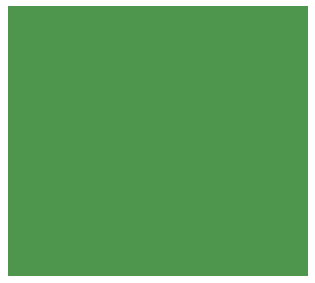
<source format=gbr>
G04 start of page 5 for group 3 idx 3 *
G04 Title: (unknown), bottommask *
G04 Creator: pcb 20140316 *
G04 CreationDate: Thu 02 Jul 2020 08:46:43 PM GMT UTC *
G04 For: railfan *
G04 Format: Gerber/RS-274X *
G04 PCB-Dimensions (mil): 1000.00 900.00 *
G04 PCB-Coordinate-Origin: lower left *
%MOIN*%
%FSLAX25Y25*%
%LNGROUP3*%
%ADD22C,0.0120*%
%ADD21C,0.0260*%
%ADD20C,0.0001*%
G54D20*G36*
X0Y90000D02*X100000D01*
Y0D01*
X0D01*
Y90000D01*
G37*
G54D21*X31500Y56500D03*
X61000Y33500D03*
G54D22*M02*

</source>
